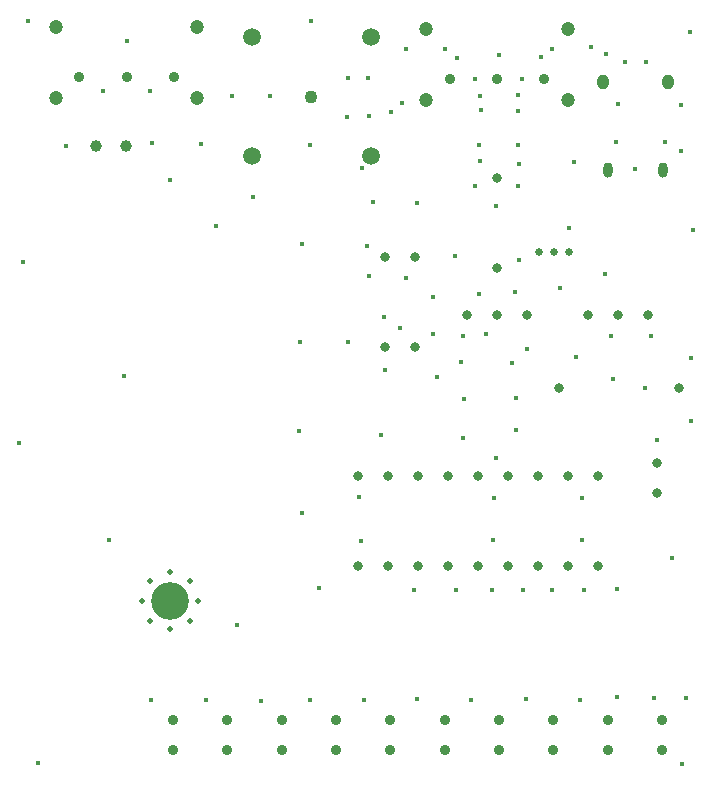
<source format=gbr>
%TF.GenerationSoftware,KiCad,Pcbnew,(6.0.4)*%
%TF.CreationDate,2023-03-04T18:31:40+01:00*%
%TF.ProjectId,swmeter,73776d65-7465-4722-9e6b-696361645f70,0.4*%
%TF.SameCoordinates,PXc0c6960PY8f71310*%
%TF.FileFunction,Plated,1,2,PTH,Mixed*%
%TF.FilePolarity,Positive*%
%FSLAX46Y46*%
G04 Gerber Fmt 4.6, Leading zero omitted, Abs format (unit mm)*
G04 Created by KiCad (PCBNEW (6.0.4)) date 2023-03-04 18:31:40*
%MOMM*%
%LPD*%
G01*
G04 APERTURE LIST*
%TA.AperFunction,ViaDrill*%
%ADD10C,0.400000*%
%TD*%
%TA.AperFunction,ComponentDrill*%
%ADD11C,0.500000*%
%TD*%
%TA.AperFunction,ComponentDrill*%
%ADD12C,0.650000*%
%TD*%
%TA.AperFunction,ComponentDrill*%
%ADD13C,0.800000*%
%TD*%
G04 aperture for slot hole*
%TA.AperFunction,ComponentDrill*%
%ADD14O,0.800000X1.300000*%
%TD*%
%TA.AperFunction,ComponentDrill*%
%ADD15C,0.900000*%
%TD*%
%TA.AperFunction,ComponentDrill*%
%ADD16C,1.000000*%
%TD*%
G04 aperture for slot hole*
%TA.AperFunction,ComponentDrill*%
%ADD17O,1.000000X1.300000*%
%TD*%
%TA.AperFunction,ComponentDrill*%
%ADD18C,1.100000*%
%TD*%
%TA.AperFunction,ComponentDrill*%
%ADD19C,1.200000*%
%TD*%
%TA.AperFunction,ComponentDrill*%
%ADD20C,1.500000*%
%TD*%
%TA.AperFunction,ComponentDrill*%
%ADD21C,3.200000*%
%TD*%
G04 APERTURE END LIST*
D10*
X1330000Y28370000D03*
X1640000Y43650000D03*
X2030000Y64090000D03*
X2910000Y1240000D03*
X5300000Y53460000D03*
X8372500Y58172500D03*
X8920000Y20110000D03*
X10160000Y34060000D03*
X10470000Y62390000D03*
X12420000Y58180000D03*
X12480000Y6600000D03*
X12540000Y53790000D03*
X14110000Y50630000D03*
X16730000Y53650000D03*
X17170000Y6580000D03*
X17950000Y46760000D03*
X19360000Y57740000D03*
X19730000Y12940000D03*
X21150000Y49210000D03*
X21760000Y6480000D03*
X22552500Y57742500D03*
X25050000Y29400000D03*
X25100000Y36880000D03*
X25240000Y22460000D03*
X25250000Y45200000D03*
X25930000Y6620000D03*
X25980000Y53580000D03*
X26020000Y64040000D03*
X26730000Y16040000D03*
X29100000Y55940000D03*
X29130000Y36910000D03*
X29140000Y59290000D03*
X30110000Y23740000D03*
X30230000Y20080000D03*
X30312500Y51612500D03*
X30480000Y6620000D03*
X30800000Y45020000D03*
X30860000Y59260000D03*
X30930000Y42450000D03*
X30940000Y56000000D03*
X31290000Y48750000D03*
X31950000Y29050000D03*
X32230000Y39040000D03*
X32290000Y34520000D03*
X32760000Y56410000D03*
X33600000Y38100000D03*
X33720000Y57180000D03*
X34030000Y42340000D03*
X34110000Y61690000D03*
X34750000Y15920000D03*
X35010000Y6640000D03*
X35020000Y48710000D03*
X36380000Y40720000D03*
X36390000Y37600000D03*
X36670000Y33980000D03*
X37330000Y61720000D03*
X38200000Y44150000D03*
X38280000Y15880000D03*
X38410000Y60940000D03*
X38690000Y35230000D03*
X38870000Y37450000D03*
X38880000Y28790000D03*
X38960000Y32050000D03*
X39580000Y6630000D03*
X39880000Y50090000D03*
X39900000Y59140000D03*
X40210000Y40970000D03*
X40270000Y53610000D03*
X40330000Y52270000D03*
X40358000Y57742000D03*
X40380000Y56540000D03*
X40810000Y37620000D03*
X41380000Y15910000D03*
X41460000Y20160000D03*
X41500000Y23720000D03*
X41700000Y48430000D03*
X41710000Y27060000D03*
X41980000Y61210000D03*
X43050000Y35130000D03*
X43260000Y41120000D03*
X43350000Y32168000D03*
X43350000Y29480000D03*
X43560000Y57800000D03*
X43570000Y53560000D03*
X43590000Y56470000D03*
X43590000Y50120000D03*
X43610000Y43820000D03*
X43630000Y52010000D03*
X43880000Y59210000D03*
X43990000Y15900000D03*
X44270000Y6670000D03*
X44290000Y36300000D03*
X45470000Y61000000D03*
X46470000Y61680000D03*
X46470000Y15930000D03*
X47110000Y41450000D03*
X47870000Y46520000D03*
X48260000Y52130000D03*
X48490000Y35610000D03*
X48820000Y6600000D03*
X48940000Y20100000D03*
X48960000Y23690000D03*
X49140000Y15900000D03*
X49690000Y61920000D03*
X50920000Y42670000D03*
X51026000Y61298000D03*
X51420000Y37430000D03*
X51630000Y33780000D03*
X51860000Y53820000D03*
X51920000Y15990000D03*
X51970000Y6820000D03*
X52030000Y57050000D03*
X52620000Y60580000D03*
X53450000Y51520000D03*
X54328000Y33022500D03*
X54370000Y60580000D03*
X54830000Y37400000D03*
X55080000Y6770000D03*
X55290000Y28580000D03*
X56020000Y53800000D03*
X56590000Y18650000D03*
X57320000Y57010000D03*
X57330000Y53090000D03*
X57450000Y1180000D03*
X57800000Y6750000D03*
X58142500Y63152500D03*
X58220000Y30220000D03*
X58240000Y35560000D03*
X58360000Y46350000D03*
D11*
%TO.C,REF1*%
X11690000Y15010000D03*
X12392944Y16707056D03*
X12392944Y13312944D03*
X14090000Y17410000D03*
X14090000Y12610000D03*
X15787056Y16707056D03*
X15787056Y13312944D03*
X16490000Y15010000D03*
D12*
%TO.C,J3*%
X45357500Y44512500D03*
X46627500Y44512500D03*
X47897500Y44512500D03*
D13*
%TO.C,U1*%
X30020000Y25530000D03*
X30020000Y17910000D03*
%TO.C,SW3*%
X32330000Y44110000D03*
X32330000Y36490000D03*
%TO.C,U1*%
X32560000Y25530000D03*
X32560000Y17910000D03*
%TO.C,SW3*%
X34870000Y44110000D03*
X34870000Y36490000D03*
%TO.C,U1*%
X35100000Y25530000D03*
X35100000Y17910000D03*
X37640000Y25530000D03*
X37640000Y17910000D03*
%TO.C,RV1*%
X39205000Y39185000D03*
%TO.C,U1*%
X40180000Y25530000D03*
X40180000Y17910000D03*
%TO.C,D0*%
X41740000Y50750000D03*
X41740000Y43130000D03*
%TO.C,RV1*%
X41745000Y39185000D03*
%TO.C,U1*%
X42720000Y25530000D03*
X42720000Y17910000D03*
%TO.C,RV1*%
X44285000Y39185000D03*
%TO.C,U1*%
X45260000Y25530000D03*
X45260000Y17910000D03*
%TO.C,R1*%
X46982500Y33022500D03*
%TO.C,U1*%
X47800000Y25530000D03*
X47800000Y17910000D03*
%TO.C,RV2*%
X49487500Y39158000D03*
%TO.C,U1*%
X50340000Y25530000D03*
X50340000Y17910000D03*
D14*
%TO.C,J1*%
X51192500Y51452500D03*
D13*
%TO.C,RV2*%
X52027500Y39158000D03*
X54567500Y39158000D03*
%TO.C,C1*%
X55280000Y26650000D03*
X55280000Y24150000D03*
D14*
%TO.C,J1*%
X55792500Y51452500D03*
D13*
%TO.C,R1*%
X57142500Y33022500D03*
D15*
%TO.C,SW1*%
X6412500Y59352500D03*
X10412500Y59352500D03*
%TO.C,D10*%
X14330000Y4875000D03*
X14330000Y2335000D03*
%TO.C,SW1*%
X14412500Y59352500D03*
%TO.C,D9*%
X18930000Y4875000D03*
X18930000Y2335000D03*
%TO.C,D8*%
X23530000Y4875000D03*
X23530000Y2335000D03*
%TO.C,D7*%
X28130000Y4875000D03*
X28130000Y2335000D03*
%TO.C,D6*%
X32730000Y4875000D03*
X32730000Y2335000D03*
%TO.C,D5*%
X37330000Y4875000D03*
X37330000Y2335000D03*
%TO.C,SW2*%
X37792500Y59130000D03*
X41792500Y59130000D03*
%TO.C,D4*%
X41930000Y4875000D03*
X41930000Y2335000D03*
%TO.C,SW2*%
X45792500Y59130000D03*
%TO.C,D3*%
X46530000Y4875000D03*
X46530000Y2335000D03*
%TO.C,D2*%
X51130000Y4875000D03*
X51130000Y2335000D03*
%TO.C,D1*%
X55730000Y4875000D03*
X55730000Y2335000D03*
D16*
%TO.C,J0*%
X7810000Y53490000D03*
X10350000Y53490000D03*
D17*
%TO.C,J1*%
X50742500Y58952500D03*
X56242500Y58952500D03*
D18*
%TO.C,J2*%
X26050000Y57670000D03*
D19*
%TO.C,SW1*%
X4412500Y63602500D03*
X4412500Y57602500D03*
X16412500Y63602500D03*
X16412500Y57602500D03*
%TO.C,SW2*%
X35792500Y63380000D03*
X35792500Y57380000D03*
X47792500Y63380000D03*
X47792500Y57380000D03*
D20*
%TO.C,J2*%
X21025000Y62695000D03*
X21025000Y52645000D03*
X31075000Y62695000D03*
X31075000Y52645000D03*
D21*
%TO.C,REF1*%
X14090000Y15010000D03*
M02*

</source>
